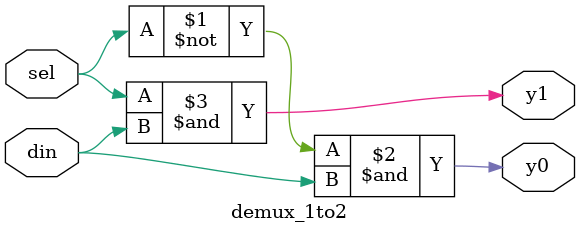
<source format=v>
module demux_1to2 (
    input wire din,        // Data input
    input wire sel,        // Select line
    output wire y0,        // Output 0
    output wire y1         // Output 1
);

assign y0 = (~sel) & din;
assign y1 = sel & din;

endmodule


</source>
